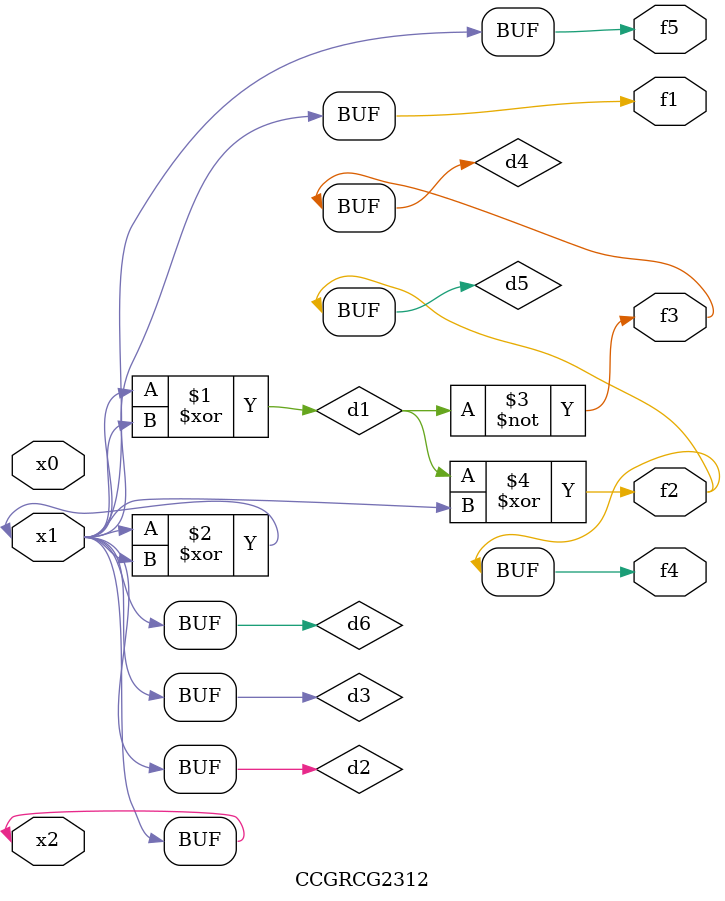
<source format=v>
module CCGRCG2312(
	input x0, x1, x2,
	output f1, f2, f3, f4, f5
);

	wire d1, d2, d3, d4, d5, d6;

	xor (d1, x1, x2);
	buf (d2, x1, x2);
	xor (d3, x1, x2);
	nor (d4, d1);
	xor (d5, d1, d2);
	buf (d6, d2, d3);
	assign f1 = d6;
	assign f2 = d5;
	assign f3 = d4;
	assign f4 = d5;
	assign f5 = d6;
endmodule

</source>
